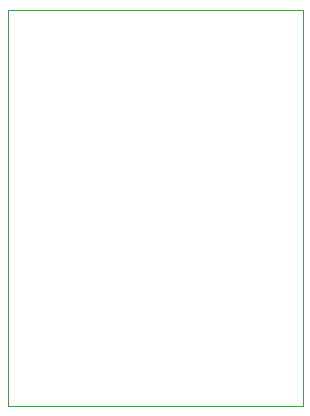
<source format=gm1>
%TF.GenerationSoftware,KiCad,Pcbnew,9.0.6*%
%TF.CreationDate,2026-01-04T19:17:21+00:00*%
%TF.ProjectId,rp2040_pico,72703230-3430-45f7-9069-636f2e6b6963,rev?*%
%TF.SameCoordinates,Original*%
%TF.FileFunction,Profile,NP*%
%FSLAX45Y45*%
G04 Gerber Fmt 4.5, Leading zero omitted, Abs format (unit mm)*
G04 Created by KiCad (PCBNEW 9.0.6) date 2026-01-04 19:17:21*
%MOMM*%
%LPD*%
G01*
G04 APERTURE LIST*
%TA.AperFunction,Profile*%
%ADD10C,0.050000*%
%TD*%
G04 APERTURE END LIST*
D10*
X-1250000Y1675000D02*
X1250000Y1675000D01*
X1250000Y-1675000D01*
X-1250000Y-1675000D01*
X-1250000Y1675000D01*
M02*

</source>
